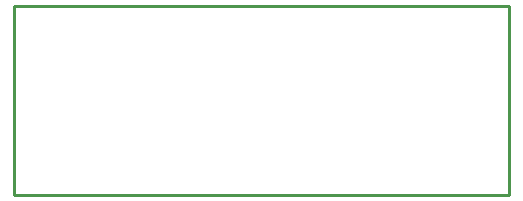
<source format=gbr>
G04 EAGLE Gerber RS-274X export*
G75*
%MOMM*%
%FSLAX34Y34*%
%LPD*%
%IN*%
%IPPOS*%
%AMOC8*
5,1,8,0,0,1.08239X$1,22.5*%
G01*
%ADD10C,0.254000*%


D10*
X0Y0D02*
X419100Y0D01*
X419100Y160020D01*
X0Y160020D01*
X0Y0D01*
M02*

</source>
